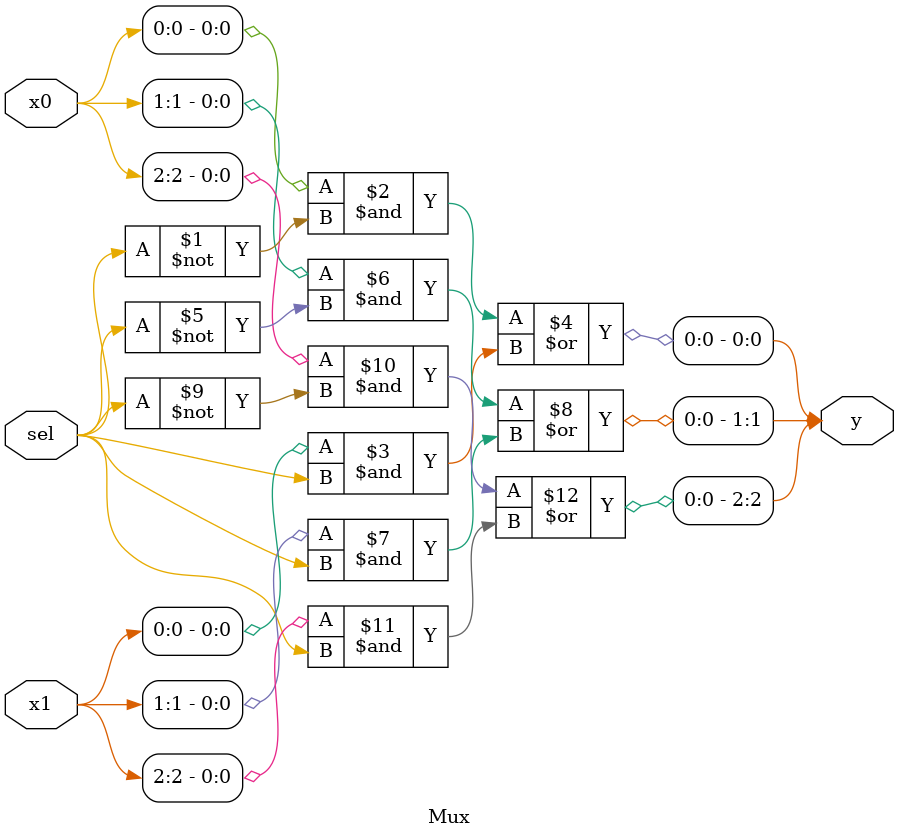
<source format=v>
module Mux(x0, x1, sel, y);
    input wire [2:0] x0;
    input wire [2:0] x1;
    input wire sel;                      // sel selects the exit (x[3], x[2], x[1], x[0]).
    output wire [2:0] y;

    assign y[0] = (x0[0] & ~sel) | (x1[0] & sel);
    assign y[1] = (x0[1] & ~sel) | (x1[1] & sel);
    assign y[2] = (x0[2] & ~sel) | (x1[2] & sel);

endmodule
</source>
